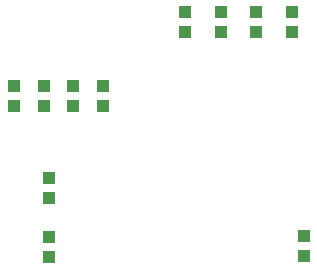
<source format=gbr>
G04 EAGLE Gerber RS-274X export*
G75*
%MOMM*%
%FSLAX34Y34*%
%LPD*%
%INSolderpaste Bottom*%
%IPPOS*%
%AMOC8*
5,1,8,0,0,1.08239X$1,22.5*%
G01*
%ADD10R,1.100000X1.000000*%
%ADD11R,1.000000X1.100000*%


D10*
X225000Y265800D03*
X225000Y248800D03*
X250000Y248800D03*
X250000Y265800D03*
X200000Y248800D03*
X200000Y265800D03*
D11*
X420370Y139310D03*
X420370Y122310D03*
D10*
X175000Y248800D03*
X175000Y265800D03*
X205000Y138500D03*
X205000Y121500D03*
X205000Y171500D03*
X205000Y188500D03*
X410000Y311500D03*
X410000Y328500D03*
X320000Y311500D03*
X320000Y328500D03*
X350000Y311500D03*
X350000Y328500D03*
X380000Y311500D03*
X380000Y328500D03*
M02*

</source>
